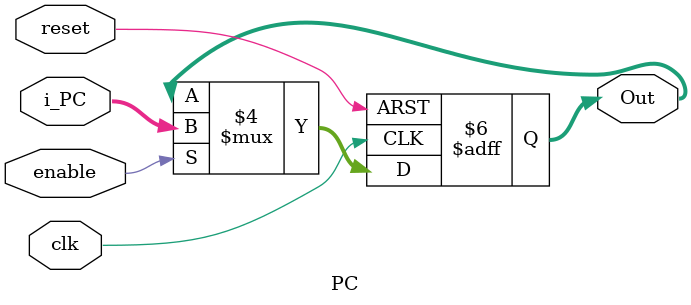
<source format=v>
`timescale 1ns / 1ps



module PC#(
    parameter len = 32
    ) (
    input [len-1:0] i_PC,//entrada del PC (posición en la memoria de instrucción)
    input clk,
    input reset,
    input enable,
    //input ctrl_clk_mips,

    output reg [len-1:0] Out = 0
    );

    always @(posedge clk, posedge reset)
    begin
        if(reset) begin
            Out = {len{1'b 0}}; 
        end
		else if (enable) begin//if (ctrl_clk_mips) begin
            //if (enable) begin
                Out = i_PC;
            end

            else begin
                Out = Out;
            end
        end
//	end

endmodule


</source>
